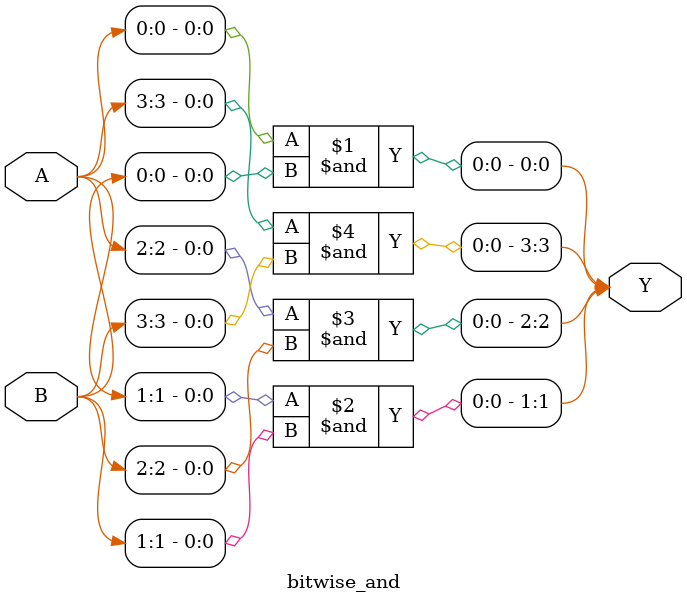
<source format=v>
module bitwise_and(
  input [3:0] A,
  input [3:0] B,
  output [3:0] Y
);
  assign Y[0]=A[0] & B[0]; 
  assign Y[1]=A[1] & B[1];
  assign Y[2]=A[2] & B[2];
  assign Y[3]=A[3] & B[3];
endmodule
</source>
